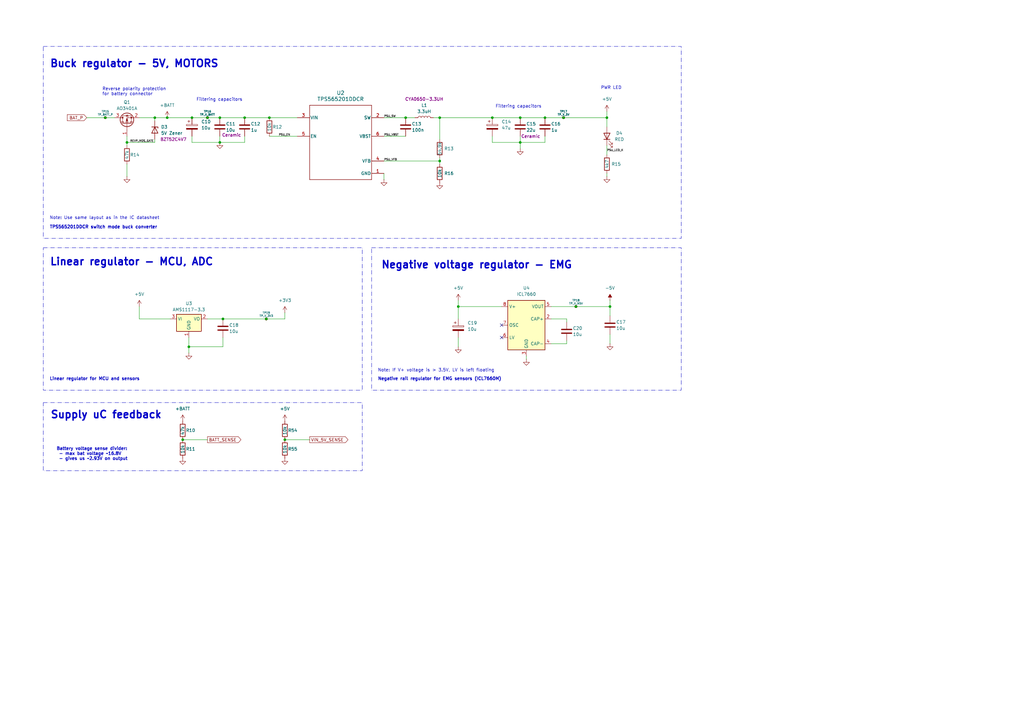
<source format=kicad_sch>
(kicad_sch (version 20250114) (generator "eeschema") (generator_version "9.0")
  (paper "A3")
  (title_block (title "OpenHand prosthetic hand controller project") (date "2025-01-31") (rev "v3.0") (comment 1 "Aleksa Heler"))
  (lib_symbols
    (symbol "+3V3_1" (power) (pin_numbers (hide yes)) (pin_names (offset 0) (hide yes))
      (property "Value" "+3V3" (at 0 3.556 0))
      (symbol "+3V3_1_0_1"
        (polyline (pts (xy -0.762 1.27) (xy 0 2.54)))
        (polyline (pts (xy 0 2.54) (xy 0.762 1.27)))
        (polyline (pts (xy 0 0) (xy 0 2.54)))
      )
      (symbol "+3V3_1_1_1"
        (pin power_in line (at 0 0 90) (length 0) (name "~") (number "1"))
      )
    )
    (symbol "AO3401A_1" (pin_names (hide yes))
      (property "Reference" "Q" (at 5.08 1.905 0))
      (property "Value" "AO3401A" (at 5.08 0 0))
      (symbol "AO3401A_1_0_1"
        (polyline (pts (xy 0.254 1.905) (xy 0.254 -1.905)) (stroke (width 0.254)))
        (polyline (pts (xy 0.254 0) (xy -2.54 0)))
        (polyline (pts (xy 0.762 2.286) (xy 0.762 1.27)) (stroke (width 0.254)))
        (polyline (pts (xy 0.762 1.778) (xy 3.302 1.778) (xy 3.302 -1.778) (xy 0.762 -1.778)))
        (polyline (pts (xy 0.762 0.508) (xy 0.762 -0.508)) (stroke (width 0.254)))
        (polyline (pts (xy 0.762 -1.27) (xy 0.762 -2.286)) (stroke (width 0.254)))
        (circle (center 1.651 0) (radius 2.794) (stroke (width 0.254)))
        (polyline (pts (xy 2.286 0) (xy 1.27 0.381) (xy 1.27 -0.381) (xy 2.286 0)) (fill (type outline)))
        (polyline (pts (xy 2.54 2.54) (xy 2.54 1.778)))
        (circle (center 2.54 1.778) (radius 0.254) (fill (type outline)))
        (circle (center 2.54 -1.778) (radius 0.254) (fill (type outline)))
        (polyline (pts (xy 2.54 -2.54) (xy 2.54 0) (xy 0.762 0)))
        (polyline (pts (xy 2.794 -0.508) (xy 2.921 -0.381) (xy 3.683 -0.381) (xy 3.81 -0.254)))
        (polyline (pts (xy 3.302 -0.381) (xy 2.921 0.254) (xy 3.683 0.254) (xy 3.302 -0.381)))
      )
      (symbol "AO3401A_1_1_1"
        (pin input line (at -5.08 0 0) (length 2.54) (name "G") (number "1"))
        (pin passive line (at 2.54 5.08 270) (length 2.54) (name "D") (number "3"))
        (pin passive line (at 2.54 -5.08 90) (length 2.54) (name "S") (number "2"))
      )
    )
    (symbol "Connector:TestPoint_Small" (pin_numbers (hide yes)) (pin_names (offset 0.762) (hide yes))
      (property "Reference" "TP" (at 0 3.81 0))
      (property "Value" "TestPoint_Small" (at 0 2.032 0))
      (symbol "TestPoint_Small_0_1"
        (circle (center 0 0) (radius 0.508))
      )
      (symbol "TestPoint_Small_1_1"
        (pin passive line (at 0 0 90) (length 0) (name "1") (number "1"))
      )
    )
    (symbol "Device:C" (pin_numbers (hide yes)) (pin_names (offset 0.254))
      (property "Reference" "C" (at 0.635 2.54 0))
      (property "Value" "C" (at 0.635 -2.54 0))
      (symbol "C_0_1"
        (polyline (pts (xy -2.032 0.762) (xy 2.032 0.762)) (stroke (width 0.508)))
        (polyline (pts (xy -2.032 -0.762) (xy 2.032 -0.762)) (stroke (width 0.508)))
      )
      (symbol "C_1_1"
        (pin passive line (at 0 3.81 270) (length 2.794) (name "~") (number "1"))
        (pin passive line (at 0 -3.81 90) (length 2.794) (name "~") (number "2"))
      )
    )
    (symbol "Device:C_Polarized" (pin_numbers (hide yes)) (pin_names (offset 0.254))
      (property "Reference" "C" (at 0.635 2.54 0))
      (property "Value" "C_Polarized" (at 0.635 -2.54 0))
      (symbol "C_Polarized_0_1"
        (rectangle (start -2.286 0.508) (end 2.286 1.016))
        (polyline (pts (xy -1.778 2.286) (xy -0.762 2.286)))
        (polyline (pts (xy -1.27 2.794) (xy -1.27 1.778)))
        (rectangle (start 2.286 -0.508) (end -2.286 -1.016) (fill (type outline)))
      )
      (symbol "C_Polarized_1_1"
        (pin passive line (at 0 3.81 270) (length 2.794) (name "~") (number "1"))
        (pin passive line (at 0 -3.81 90) (length 2.794) (name "~") (number "2"))
      )
    )
    (symbol "Device:D_Zener" (pin_numbers (hide yes)) (pin_names (offset 1.016) (hide yes))
      (property "Reference" "D" (at 0 2.54 0))
      (property "Value" "D_Zener" (at 0 -2.54 0))
      (symbol "D_Zener_0_1"
        (polyline (pts (xy -1.27 -1.27) (xy -1.27 1.27) (xy -0.762 1.27)) (stroke (width 0.254)))
        (polyline (pts (xy 1.27 0) (xy -1.27 0)))
        (polyline (pts (xy 1.27 -1.27) (xy 1.27 1.27) (xy -1.27 0) (xy 1.27 -1.27)) (stroke (width 0.254)))
      )
      (symbol "D_Zener_1_1"
        (pin passive line (at -3.81 0 0) (length 2.54) (name "K") (number "1"))
        (pin passive line (at 3.81 0 180) (length 2.54) (name "A") (number "2"))
      )
    )
    (symbol "Device:L" (pin_numbers (hide yes)) (pin_names (offset 1.016) (hide yes))
      (property "Reference" "L" (at -1.27 0 90))
      (property "Value" "L" (at 1.905 0 90))
      (symbol "L_0_1"
        (arc (start 0 2.54) (mid 0.6323 1.905) (end 0 1.27))
        (arc (start 0 1.27) (mid 0.6323 0.635) (end 0 0))
        (arc (start 0 0) (mid 0.6323 -0.635) (end 0 -1.27))
        (arc (start 0 -1.27) (mid 0.6323 -1.905) (end 0 -2.54))
      )
      (symbol "L_1_1"
        (pin passive line (at 0 3.81 270) (length 1.27) (name "1") (number "1"))
        (pin passive line (at 0 -3.81 90) (length 1.27) (name "2") (number "2"))
      )
    )
    (symbol "Device:LED" (pin_numbers (hide yes)) (pin_names (offset 1.016) (hide yes))
      (property "Reference" "D" (at 0 2.54 0))
      (property "Value" "LED" (at 0 -2.54 0))
      (symbol "LED_0_1"
        (polyline (pts (xy -3.048 -0.762) (xy -4.572 -2.286) (xy -3.81 -2.286) (xy -4.572 -2.286) (xy -4.572 -1.524)))
        (polyline (pts (xy -1.778 -0.762) (xy -3.302 -2.286) (xy -2.54 -2.286) (xy -3.302 -2.286) (xy -3.302 -1.524)))
        (polyline (pts (xy -1.27 0) (xy 1.27 0)))
        (polyline (pts (xy -1.27 -1.27) (xy -1.27 1.27)) (stroke (width 0.254)))
        (polyline (pts (xy 1.27 -1.27) (xy 1.27 1.27) (xy -1.27 0) (xy 1.27 -1.27)) (stroke (width 0.254)))
      )
      (symbol "LED_1_1"
        (pin passive line (at -3.81 0 0) (length 2.54) (name "K") (number "1"))
        (pin passive line (at 3.81 0 180) (length 2.54) (name "A") (number "2"))
      )
    )
    (symbol "Device:R" (pin_numbers (hide yes)) (pin_names (offset 0))
      (property "Reference" "R" (at 2.032 0 90))
      (property "Value" "R" (at 0 0 90))
      (symbol "R_0_1"
        (rectangle (start -1.016 -2.54) (end 1.016 2.54) (stroke (width 0.254)))
      )
      (symbol "R_1_1"
        (pin passive line (at 0 3.81 270) (length 1.27) (name "~") (number "1"))
        (pin passive line (at 0 -3.81 90) (length 1.27) (name "~") (number "2"))
      )
    )
    (symbol "Regulator_Linear:AMS1117-3.3"
      (property "Reference" "U" (at -3.81 3.175 0))
      (property "Value" "AMS1117-3.3" (at 0 3.175 0))
      (symbol "AMS1117-3.3_0_1"
        (rectangle (start -5.08 -5.08) (end 5.08 1.905) (stroke (width 0.254)) (fill (type background)))
      )
      (symbol "AMS1117-3.3_1_1"
        (pin power_in line (at -7.62 0 0) (length 2.54) (name "VI") (number "3"))
        (pin power_in line (at 0 -7.62 90) (length 2.54) (name "GND") (number "1"))
        (pin power_out line (at 7.62 0 180) (length 2.54) (name "VO") (number "2"))
      )
    )
    (symbol "Regulator_SwitchedCapacitor:ICL7660"
      (property "Reference" "U" (at -6.35 11.43 0))
      (property "Value" "ICL7660" (at 3.81 11.43 0))
      (symbol "ICL7660_0_1"
        (rectangle (start -7.62 10.16) (end 7.62 -10.16) (stroke (width 0.254)) (fill (type background)))
      )
      (symbol "ICL7660_1_1"
        (pin power_in line (at -10.16 7.62 0) (length 2.54) (name "V+") (number "8"))
        (pin input line (at -10.16 0 0) (length 2.54) (name "OSC") (number "7"))
        (pin input line (at -10.16 -5.08 0) (length 2.54) (name "LV") (number "6"))
        (pin no_connect line (at -7.62 5.08 0) (length 2.54) (hide yes) (name "NC") (number "1"))
        (pin power_in line (at 0 -12.7 90) (length 2.54) (name "GND") (number "3"))
        (pin power_out line (at 10.16 7.62 180) (length 2.54) (name "VOUT") (number "5"))
        (pin input line (at 10.16 2.54 180) (length 2.54) (name "CAP+") (number "2"))
        (pin input line (at 10.16 -7.62 180) (length 2.54) (name "CAP-") (number "4"))
      )
    )
    (symbol "TPS565201DDCR:TPS565201DDCR" (pin_names (offset 0.254))
      (property "Reference" "U" (at 0 2.54 0))
      (property "Value" "TPS565201DDCR" (at 0 0 0))
      (symbol "TPS565201DDCR_0_1"
        (polyline (pts (xy -12.7 15.24) (xy -12.7 -15.24)) (stroke (width 0.2032)))
        (polyline (pts (xy -12.7 -15.24) (xy 12.7 -15.24)) (stroke (width 0.2032)))
        (polyline (pts (xy 12.7 15.24) (xy -12.7 15.24)) (stroke (width 0.2032)))
        (polyline (pts (xy 12.7 -15.24) (xy 12.7 15.24)) (stroke (width 0.2032)))
        (pin power_in line (at -17.78 10.16 0) (length 5.08) (name "VIN") (number "3"))
        (pin input line (at -17.78 2.54 0) (length 5.08) (name "EN") (number "5"))
        (pin power_in line (at 17.78 10.16 180) (length 5.08) (name "SW") (number "2"))
        (pin power_in line (at 17.78 2.54 180) (length 5.08) (name "VBST") (number "6"))
        (pin input line (at 17.78 -7.62 180) (length 5.08) (name "VFB") (number "4"))
        (pin power_in line (at 17.78 -12.7 180) (length 5.08) (name "GND") (number "1"))
      )
    )
    (symbol "power:+5V" (power) (pin_names (offset 0))
      (property "Value" "+5V" (at 0 3.556 0))
      (symbol "+5V_0_1"
        (polyline (pts (xy -0.762 1.27) (xy 0 2.54)))
        (polyline (pts (xy 0 2.54) (xy 0.762 1.27)))
        (polyline (pts (xy 0 0) (xy 0 2.54)))
      )
      (symbol "+5V_1_1"
        (pin power_in line (at 0 0 90) (length 0) (hide yes) (name "+5V") (number "1"))
      )
    )
    (symbol "power:+BATT" (power) (pin_numbers (hide yes)) (pin_names (offset 0) (hide yes))
      (property "Value" "+BATT" (at 0 3.556 0))
      (symbol "+BATT_0_1"
        (polyline (pts (xy -0.762 1.27) (xy 0 2.54)))
        (polyline (pts (xy 0 2.54) (xy 0.762 1.27)))
        (polyline (pts (xy 0 0) (xy 0 2.54)))
      )
      (symbol "+BATT_1_1"
        (pin power_in line (at 0 0 90) (length 0) (name "~") (number "1"))
      )
    )
    (symbol "power:-5V" (power) (pin_numbers (hide yes)) (pin_names (offset 0) (hide yes))
      (property "Value" "-5V" (at 0 3.556 0))
      (symbol "-5V_0_0"
        (pin power_in line (at 0 0 90) (length 0) (name "~") (number "1"))
      )
      (symbol "-5V_0_1"
        (polyline (pts (xy 0 0) (xy 0 1.27) (xy 0.762 1.27) (xy 0 2.54) (xy -0.762 1.27) (xy 0 1.27)) (fill (type outline)))
      )
    )
    (symbol "power:GND" (power) (pin_numbers (hide yes)) (pin_names (offset 0) (hide yes))
      (property "Value" "GND" (at 0 -3.81 0))
      (symbol "GND_0_1"
        (polyline (pts (xy 0 0) (xy 0 -1.27) (xy 1.27 -1.27) (xy 0 -2.54) (xy -1.27 -1.27) (xy 0 -1.27)))
      )
      (symbol "GND_1_1"
        (pin power_in line (at 0 0 270) (length 0) (name "~") (number "1"))
      )
    )
  )
  (rectangle (start 17.78 101.6) (end 148.59 160.02) (stroke (width 0) (type dash_dot)))
  (rectangle (start 17.78 19.05) (end 279.4 97.79) (stroke (width 0) (type dash_dot)))
  (rectangle (start 152.4 101.6) (end 279.4 160.02) (stroke (width 0) (type dash_dot)))
  (rectangle (start 17.78 165.1) (end 148.59 193.04) (stroke (width 0) (type dash_dot)))
  (text "Linear regulator - MCU, ADC" (at 20.32 109.22 0) (effects (font (size 3 3) (thickness 0.6) (bold yes)) (justify left bottom)))
  (text "Note: Use same layout as in the IC datasheet" (at 20.32 90.17 0) (effects (font (size 1.27 1.27)) (justify left bottom)))
  (text "Filtering capacitors" (at 203.2 44.45 0) (effects (font (size 1.27 1.27)) (justify left bottom)))
  (text "Supply uC feedback" (at 20.574 171.958 0) (effects (font (size 3 3) (thickness 0.6) (bold yes)) (justify left bottom)))
  (text "PWR LED" (at 246.38 36.83 0) (effects (font (size 1.27 1.27)) (justify left bottom)))
  (text "Note: If V+ voltage is > 3.5V, LV is left floating" (at 154.94 152.654 0) (effects (font (size 1.27 1.27)) (justify left bottom)))
  (text "Negative voltage regulator - EMG" (at 156.21 110.49 0) (effects (font (size 3 3) (thickness 0.6) (bold yes)) (justify left bottom)))
  (text "Buck regulator - 5V, MOTORS" (at 20.32 27.94 0) (effects (font (size 3 3) (thickness 0.6) (bold yes)) (justify left bottom)))
  (text "TPS565201DDCR switch mode buck converter" (at 20.32 93.98 0) (effects (font (size 1.27 1.27) (bold yes)) (justify left bottom)))
  (text "Battery voltage sense divider: \n - max bat voltage ~16.8V\n - gives us ~2.93V on output" (at 23.114 188.976 0) (effects (font (size 1.27 1.27) (thickness 0.254) (bold yes)) (justify left bottom)))
  (text "Negative rail regulator for EMG sensors (ICL7660M)" (at 154.94 156.21 0) (effects (font (size 1.27 1.27) (thickness 0.254) (bold yes)) (justify left bottom)))
  (text "Linear regulator for MCU and sensors" (at 20.32 156.21 0) (effects (font (size 1.27 1.27) (thickness 0.254) (bold yes)) (justify left bottom)))
  (text "Filtering capacitors" (at 80.518 41.656 0) (effects (font (size 1.27 1.27)) (justify left bottom)))
  (text "Reverse polarity protection \nfor battery connector" (at 41.91 39.37 0) (effects (font (size 1.27 1.27)) (justify left bottom)))
  (junction (at 201.93 48.26))
  (junction (at 52.07 58.42))
  (junction (at 43.18 48.26))
  (junction (at 250.19 125.73))
  (junction (at 187.96 125.73))
  (junction (at 231.14 48.26))
  (junction (at 100.33 48.26))
  (junction (at 110.49 48.26))
  (junction (at 109.22 130.81))
  (junction (at 223.52 48.26))
  (junction (at 78.74 48.26))
  (junction (at 236.22 125.73))
  (junction (at 91.44 130.81))
  (junction (at 248.92 48.26))
  (junction (at 213.36 48.26))
  (junction (at 180.34 48.26))
  (junction (at 77.47 142.24))
  (junction (at 68.58 48.26))
  (junction (at 116.84 180.34))
  (junction (at 74.93 180.34))
  (junction (at 213.36 58.42))
  (junction (at 166.37 48.26))
  (junction (at 90.17 58.42))
  (junction (at 85.09 48.26))
  (junction (at 90.17 48.26))
  (junction (at 180.34 66.04))
  (junction (at 63.5 48.26))
  (no_connect (at 205.74 133.35))
  (no_connect (at 205.74 138.43))
  (wire (pts (xy 223.52 48.26) (xy 231.14 48.26)))
  (wire (pts (xy 180.34 48.26) (xy 201.93 48.26)))
  (wire (pts (xy 180.34 48.26) (xy 180.34 57.15)))
  (wire (pts (xy 90.17 55.88) (xy 90.17 58.42)))
  (wire (pts (xy 187.96 130.81) (xy 187.96 125.73)))
  (wire (pts (xy 63.5 57.15) (xy 63.5 58.42)))
  (wire (pts (xy 213.36 58.42) (xy 223.52 58.42)))
  (wire (pts (xy 248.92 71.12) (xy 248.92 72.39)))
  (wire (pts (xy 232.41 139.7) (xy 232.41 140.97)))
  (wire (pts (xy 57.15 130.81) (xy 69.85 130.81)))
  (wire (pts (xy 248.92 48.26) (xy 248.92 52.07)))
  (wire (pts (xy 157.48 48.26) (xy 166.37 48.26)))
  (wire (pts (xy 248.92 45.72) (xy 248.92 48.26)))
  (wire (pts (xy 57.15 125.73) (xy 57.15 130.81)))
  (wire (pts (xy 57.15 48.26) (xy 63.5 48.26)))
  (wire (pts (xy 177.8 48.26) (xy 180.34 48.26)))
  (wire (pts (xy 187.96 125.73) (xy 205.74 125.73)))
  (wire (pts (xy 109.22 130.81) (xy 116.84 130.81)))
  (wire (pts (xy 77.47 138.43) (xy 77.47 142.24)))
  (wire (pts (xy 187.96 123.19) (xy 187.96 125.73)))
  (wire (pts (xy 52.07 67.31) (xy 52.07 72.39)))
  (wire (pts (xy 232.41 130.81) (xy 232.41 132.08)))
  (wire (pts (xy 77.47 142.24) (xy 91.44 142.24)))
  (wire (pts (xy 52.07 58.42) (xy 52.07 59.69)))
  (wire (pts (xy 201.93 48.26) (xy 213.36 48.26)))
  (wire (pts (xy 85.09 48.26) (xy 90.17 48.26)))
  (wire (pts (xy 110.49 48.26) (xy 121.92 48.26)))
  (wire (pts (xy 215.9 146.05) (xy 215.9 147.32)))
  (wire (pts (xy 43.18 48.26) (xy 46.99 48.26)))
  (wire (pts (xy 90.17 48.26) (xy 100.33 48.26)))
  (wire (pts (xy 248.92 59.69) (xy 248.92 63.5)))
  (wire (pts (xy 110.49 55.88) (xy 121.92 55.88)))
  (wire (pts (xy 100.33 58.42) (xy 100.33 55.88)))
  (wire (pts (xy 250.19 129.54) (xy 250.19 125.73)))
  (wire (pts (xy 201.93 55.88) (xy 201.93 58.42)))
  (wire (pts (xy 213.36 55.88) (xy 213.36 58.42)))
  (wire (pts (xy 90.17 58.42) (xy 100.33 58.42)))
  (wire (pts (xy 91.44 130.81) (xy 109.22 130.81)))
  (wire (pts (xy 213.36 58.42) (xy 213.36 60.96)))
  (wire (pts (xy 63.5 48.26) (xy 68.58 48.26)))
  (wire (pts (xy 91.44 138.43) (xy 91.44 142.24)))
  (wire (pts (xy 63.5 49.53) (xy 63.5 48.26)))
  (wire (pts (xy 77.47 142.24) (xy 77.47 144.78)))
  (wire (pts (xy 78.74 58.42) (xy 90.17 58.42)))
  (wire (pts (xy 52.07 55.88) (xy 52.07 58.42)))
  (wire (pts (xy 35.56 48.26) (xy 43.18 48.26)))
  (wire (pts (xy 52.07 58.42) (xy 63.5 58.42)))
  (wire (pts (xy 236.22 125.73) (xy 250.19 125.73)))
  (wire (pts (xy 250.19 125.73) (xy 250.19 123.19)))
  (wire (pts (xy 78.74 55.88) (xy 78.74 58.42)))
  (wire (pts (xy 226.06 125.73) (xy 236.22 125.73)))
  (wire (pts (xy 226.06 130.81) (xy 232.41 130.81)))
  (wire (pts (xy 78.74 48.26) (xy 85.09 48.26)))
  (wire (pts (xy 157.48 66.04) (xy 180.34 66.04)))
  (wire (pts (xy 157.48 73.66) (xy 157.48 71.12)))
  (wire (pts (xy 100.33 48.26) (xy 110.49 48.26)))
  (wire (pts (xy 68.58 48.26) (xy 78.74 48.26)))
  (wire (pts (xy 223.52 48.26) (xy 213.36 48.26)))
  (wire (pts (xy 226.06 140.97) (xy 232.41 140.97)))
  (wire (pts (xy 85.09 130.81) (xy 91.44 130.81)))
  (wire (pts (xy 166.37 48.26) (xy 170.18 48.26)))
  (wire (pts (xy 157.48 55.88) (xy 166.37 55.88)))
  (wire (pts (xy 116.84 130.81) (xy 116.84 128.27)))
  (wire (pts (xy 223.52 58.42) (xy 223.52 55.88)))
  (wire (pts (xy 180.34 66.04) (xy 180.34 67.31)))
  (wire (pts (xy 250.19 140.97) (xy 250.19 137.16)))
  (wire (pts (xy 231.14 48.26) (xy 248.92 48.26)))
  (wire (pts (xy 187.96 142.24) (xy 187.96 138.43)))
  (wire (pts (xy 116.84 180.34) (xy 127 180.34)))
  (wire (pts (xy 74.93 180.34) (xy 85.09 180.34)))
  (wire (pts (xy 201.93 58.42) (xy 213.36 58.42)))
  (wire (pts (xy 180.34 64.77) (xy 180.34 66.04)))
  (label "PSU_LED_K" (at 248.92 62.23 0) (effects (font (size 0.8 0.8))))
  (label "PSU_SW" (at 157.48 48.26 0) (effects (font (size 0.8 0.8))))
  (label "PSU_VFB" (at 157.48 66.04 0) (effects (font (size 0.8 0.8))))
  (label "REVP_MOS_GATE" (at 53.34 58.42 0) (effects (font (size 0.8 0.8))))
  (label "PSU_VBST" (at 157.48 55.88 0) (effects (font (size 0.8 0.8))))
  (label "PSU_EN" (at 114.3 55.88 0) (effects (font (size 0.8 0.8))))
  (global_label "BAT_P" (shape input) (at 35.56 48.26 180) (property "Intersheetrefs" "${INTERSHEET_REFS}" (effects (hide yes))))
  (global_label "VIN_5V_SENSE" (shape output) (at 127 180.34 0) (property "Intersheetrefs" "${INTERSHEET_REFS}" (effects (hide yes))))
  (global_label "BATT_SENSE" (shape output) (at 85.09 180.34 0) (property "Intersheetrefs" "${INTERSHEET_REFS}" (effects (hide yes))))
  (symbol (lib_id "Device:D_Zener") (at 63.5 53.34 270) (unit 1)
    (property "Reference" "D3" (at 66.04 52.07 90) (effects (justify left)))
    (property "Value" "5V Zener" (at 66.04 54.61 90) (effects (justify left)))
    (property "Footprint" "Diode_SMD:D_SOD-123" (effects (hide yes)))
    (property "Part Number" "BZT52C4V7" (at 71.12 57.15 90))
  )
  (symbol (lib_id "power:GND") (at 157.48 73.66 0) (unit 1)
    (property "Reference" "#PWR042" (effects (hide yes)))
    (property "Value" "GND" (effects (hide yes)))
    (property "Description" "Power symbol creates a global label with name \"GND\" , ground" (effects (hide yes)))
  )
  (symbol (lib_id "TPS565201DDCR:TPS565201DDCR") (at 139.7 58.42 0) (unit 1)
    (property "Reference" "U2" (at 139.7 38.1 0) (effects (font (size 1.524 1.524))))
    (property "Value" "TPS565201DDCR" (at 139.7 40.64 0) (effects (font (size 1.524 1.524))))
    (property "Footprint" "TPS565201DDCR:TPS565201DDCR_L" (effects (hide yes)))
    (property "Datasheet" "TPS565201DDCR" (effects (hide yes)))
  )
  (symbol (lib_name "+3V3_1") (lib_id "power:+3V3") (at 116.84 128.27 0) (unit 1)
    (property "Reference" "#PWR047" (effects (hide yes)))
    (property "Value" "+3V3" (at 116.84 123.19 0))
    (property "Description" "Power symbol creates a global label with name \"+3V3\"" (effects (hide yes)))
  )
  (symbol (lib_id "power:GND") (at 180.34 74.93 0) (unit 1)
    (property "Reference" "#PWR043" (effects (hide yes)))
    (property "Value" "GND" (effects (hide yes)))
    (property "Description" "Power symbol creates a global label with name \"GND\" , ground" (effects (hide yes)))
  )
  (symbol (lib_id "Regulator_Linear:AMS1117-3.3") (at 77.47 130.81 0) (unit 1)
    (property "Reference" "U3" (at 77.47 124.46 0))
    (property "Value" "AMS1117-3.3" (at 77.47 127 0))
    (property "Footprint" "Package_TO_SOT_SMD:SOT-223-3_TabPin2" (effects (hide yes)))
    (property "Datasheet" "http://www.advanced-monolithic.com/pdf/ds1117.pdf" (effects (hide yes)))
  )
  (symbol (lib_id "power:+5V") (at 57.15 125.73 0) (unit 1)
    (property "Reference" "#PWR046" (effects (hide yes)))
    (property "Value" "+5V" (at 57.15 120.65 0))
    (property "Description" "Power symbol creates a global label with name \"+5V\"" (effects (hide yes)))
  )
  (symbol (lib_id "power:GND") (at 213.36 60.96 0) (unit 1)
    (property "Reference" "#PWR039" (effects (hide yes)))
    (property "Value" "GND" (effects (hide yes)))
    (property "Description" "Power symbol creates a global label with name \"GND\" , ground" (effects (hide yes)))
  )
  (symbol (lib_id "power:+5V") (at 248.92 45.72 0) (unit 1)
    (property "Reference" "#PWR036" (effects (hide yes)))
    (property "Value" "+5V" (at 248.92 40.64 0))
    (property "Description" "Power symbol creates a global label with name \"+5V\"" (effects (hide yes)))
  )
  (symbol (lib_id "power:GND") (at 74.93 187.96 0) (unit 1)
    (property "Reference" "#PWR06" (effects (hide yes)))
    (property "Value" "GND" (effects (hide yes)))
    (property "Description" "Power symbol creates a global label with name \"GND\" , ground" (effects (hide yes)))
  )
  (symbol (lib_id "Device:R") (at 52.07 63.5 180) (unit 1)
    (property "Reference" "R14" (at 53.34 63.5 0) (effects (justify right)))
    (property "Value" "47k" (at 52.07 63.5 90))
    (property "Footprint" "Resistor_SMD:R_0805_2012Metric" (effects (hide yes)))
  )
  (symbol (lib_id "Device:C") (at 90.17 52.07 0) (unit 1)
    (property "Reference" "C11" (at 92.71 50.8 0) (effects (justify left)))
    (property "Value" "10u" (at 92.71 53.34 0) (effects (justify left)))
    (property "Footprint" "Capacitor_SMD:C_0805_2012Metric" (effects (hide yes)))
    (property "Description" "Ceramic" (at 94.996 55.372 0))
  )
  (symbol (lib_id "Device:C") (at 213.36 52.07 0) (unit 1)
    (property "Reference" "C15" (at 215.9 50.8 0) (effects (justify left)))
    (property "Value" "22u" (at 215.9 53.34 0) (effects (justify left)))
    (property "Footprint" "Capacitor_SMD:C_0805_2012Metric" (effects (hide yes)))
    (property "Description" "Ceramic" (at 217.678 55.88 0))
  )
  (symbol (lib_id "Device:L") (at 173.99 48.26 90) (unit 1)
    (property "Reference" "L1" (at 173.99 43.18 90))
    (property "Value" "3.3uH" (at 173.99 45.72 90))
    (property "Footprint" "Inductor_SMD:L_Bourns_SRP7028A_7.3x6.6mm" (effects (hide yes)))
    (property "Datasheet" "https://www.lcsc.com/product-detail/Inductors-SMD_SHOU-HAN-CYA0650-3-3UH_C5189753.html" (effects (hide yes)))
    (property "Part Number" "CYA0650-3.3UH" (at 173.99 40.64 90))
  )
  (symbol (lib_id "Connector:TestPoint_Small") (at 236.22 125.73 180) (unit 1)
    (property "Reference" "TP18" (at 236.22 123.19 0) (effects (font (size 0.8 0.8))))
    (property "Value" "TP_V_N5V" (at 236.22 124.46 0) (effects (font (size 0.8 0.8))))
    (property "Footprint" "TestPoint:TestPoint_THTPad_D1.5mm_Drill0.7mm" (effects (hide yes)))
  )
  (symbol (lib_id "power:GND") (at 250.19 140.97 0) (unit 1)
    (property "Reference" "#PWR048" (effects (hide yes)))
    (property "Value" "GND" (effects (hide yes)))
    (property "Description" "Power symbol creates a global label with name \"GND\" , ground" (effects (hide yes)))
  )
  (symbol (lib_id "power:+BATT") (at 74.93 172.72 0) (unit 1)
    (property "Reference" "#PWR05" (effects (hide yes)))
    (property "Value" "+BATT" (at 74.93 167.64 0))
  )
  (symbol (lib_id "power:GND") (at 116.84 187.96 0) (unit 1)
    (property "Reference" "#PWR011" (effects (hide yes)))
    (property "Value" "GND" (effects (hide yes)))
    (property "Description" "Power symbol creates a global label with name \"GND\" , ground" (effects (hide yes)))
  )
  (symbol (lib_id "Device:R") (at 180.34 60.96 0) (unit 1)
    (property "Reference" "R13" (at 184.15 60.96 0))
    (property "Value" "54.9k" (at 180.34 60.96 90))
    (property "Footprint" "Resistor_SMD:R_0805_2012Metric" (effects (hide yes)))
  )
  (symbol (lib_id "Connector:TestPoint_Small") (at 43.18 48.26 180) (unit 1)
    (property "Reference" "TP15" (at 43.18 45.72 0) (effects (font (size 0.8 0.8))))
    (property "Value" "TP_BATT_P" (at 43.18 46.99 0) (effects (font (size 0.8 0.8))))
    (property "Footprint" "TestPoint:TestPoint_Pad_D1.0mm" (effects (hide yes)))
  )
  (symbol (lib_id "Device:R") (at 116.84 184.15 180) (unit 1)
    (property "Reference" "R55" (at 118.11 184.15 0) (effects (justify right)))
    (property "Value" "10k" (at 116.84 186.055 90) (effects (justify right)))
    (property "Footprint" "Resistor_SMD:R_0805_2012Metric" (effects (hide yes)))
  )
  (symbol (lib_id "Device:R") (at 248.92 67.31 0) (unit 1)
    (property "Reference" "R15" (at 252.73 67.31 0))
    (property "Value" "4k7" (at 248.92 67.31 90))
    (property "Footprint" "Resistor_SMD:R_0805_2012Metric" (effects (hide yes)))
  )
  (symbol (lib_id "power:-5V") (at 250.19 123.19 0) (unit 1)
    (property "Reference" "#PWR045" (effects (hide yes)))
    (property "Value" "-5V" (at 250.19 118.11 0))
    (property "Description" "Power symbol creates a global label with name \"-5V\"" (effects (hide yes)))
  )
  (symbol (lib_id "Device:LED") (at 248.92 55.88 90) (unit 1)
    (property "Reference" "D4" (at 254 54.61 90))
    (property "Value" "RED" (at 254 57.15 90))
    (property "Footprint" "LED_SMD:LED_1210_3225Metric" (effects (hide yes)))
  )
  (symbol (lib_id "Connector:TestPoint_Small") (at 231.14 48.26 180) (unit 1)
    (property "Reference" "TP17" (at 231.14 45.72 0) (effects (font (size 0.8 0.8))))
    (property "Value" "TP_V_5V" (at 231.14 46.99 0) (effects (font (size 0.8 0.8))))
    (property "Footprint" "TestPoint:TestPoint_THTPad_D1.5mm_Drill0.7mm" (effects (hide yes)))
  )
  (symbol (lib_id "power:GND") (at 215.9 147.32 0) (unit 1)
    (property "Reference" "#PWR051" (effects (hide yes)))
    (property "Value" "GND" (effects (hide yes)))
    (property "Description" "Power symbol creates a global label with name \"GND\" , ground" (effects (hide yes)))
  )
  (symbol (lib_id "power:+5V") (at 116.84 172.72 0) (unit 1)
    (property "Reference" "#PWR09" (effects (hide yes)))
    (property "Value" "+5V" (at 116.84 167.64 0))
  )
  (symbol (lib_id "Device:R") (at 116.84 176.53 180) (unit 1)
    (property "Reference" "R54" (at 118.11 176.53 0) (effects (justify right)))
    (property "Value" "10k" (at 116.84 178.435 90) (effects (justify right)))
    (property "Footprint" "Resistor_SMD:R_0805_2012Metric" (effects (hide yes)))
  )
  (symbol (lib_id "Device:C") (at 100.33 52.07 0) (unit 1)
    (property "Reference" "C12" (at 102.87 50.8 0) (effects (justify left)))
    (property "Value" "1u" (at 102.87 53.34 0) (effects (justify left)))
    (property "Footprint" "Capacitor_SMD:C_0805_2012Metric" (effects (hide yes)))
  )
  (symbol (lib_id "Connector:TestPoint_Small") (at 85.09 48.26 180) (unit 1)
    (property "Reference" "TP16" (at 85.09 45.72 0) (effects (font (size 0.8 0.8))))
    (property "Value" "TP_V_BATT" (at 85.09 46.99 0) (effects (font (size 0.8 0.8))))
    (property "Footprint" "TestPoint:TestPoint_Pad_D1.0mm" (effects (hide yes)))
  )
  (symbol (lib_id "Device:C_Polarized") (at 187.96 134.62 0) (unit 1)
    (property "Reference" "C19" (at 191.77 132.4609 0) (effects (justify left)))
    (property "Value" "10u" (at 191.77 135.0009 0) (effects (justify left)))
    (property "Footprint" "Capacitor_SMD:CP_Elec_4x5.4" (effects (hide yes)))
    (property "Description" "Polarized capacitor" (effects (hide yes)))
  )
  (symbol (lib_id "Device:R") (at 110.49 52.07 180) (unit 1)
    (property "Reference" "R12" (at 111.76 52.07 0) (effects (justify right)))
    (property "Value" "10k" (at 110.49 52.07 90))
    (property "Footprint" "Resistor_SMD:R_0805_2012Metric" (effects (hide yes)))
  )
  (symbol (lib_id "Device:R") (at 180.34 71.12 0) (unit 1)
    (property "Reference" "R16" (at 184.15 71.12 0))
    (property "Value" "10k" (at 180.34 71.12 90))
    (property "Footprint" "Resistor_SMD:R_0805_2012Metric" (effects (hide yes)))
  )
  (symbol (lib_id "Device:C") (at 166.37 52.07 0) (unit 1)
    (property "Reference" "C13" (at 168.91 50.8 0) (effects (justify left)))
    (property "Value" "100n" (at 168.91 53.34 0) (effects (justify left)))
    (property "Footprint" "Capacitor_SMD:C_0805_2012Metric" (effects (hide yes)))
  )
  (symbol (lib_id "power:GND") (at 90.17 58.42 0) (unit 1)
    (property "Reference" "#PWR038" (effects (hide yes)))
    (property "Value" "GND" (effects (hide yes)))
    (property "Description" "Power symbol creates a global label with name \"GND\" , ground" (effects (hide yes)))
  )
  (symbol (lib_name "AO3401A_1") (lib_id "Transistor_FET:AO3401A") (at 52.07 50.8 90) (unit 1)
    (property "Reference" "Q1" (at 52.07 41.91 90))
    (property "Value" "AO3401A" (at 52.07 44.45 90))
    (property "Footprint" "Package_TO_SOT_SMD:SOT-23" (effects (hide yes)))
    (property "Datasheet" "http://www.aosmd.com/pdfs/datasheet/AO3401A.pdf" (effects (hide yes)))
    (property "Description" "-4.0A Id, -30V Vds, P-Channel MOSFET, SOT-23" (effects (hide yes)))
  )
  (symbol (lib_id "Device:R") (at 74.93 184.15 180) (unit 1)
    (property "Reference" "R11" (at 76.2 184.15 0) (effects (justify right)))
    (property "Value" "10k" (at 74.93 186.055 90) (effects (justify right)))
    (property "Footprint" "Resistor_SMD:R_0805_2012Metric" (effects (hide yes)))
  )
  (symbol (lib_id "Device:C_Polarized") (at 201.93 52.07 0) (unit 1)
    (property "Reference" "C14" (at 205.74 49.9109 0) (effects (justify left)))
    (property "Value" "47u" (at 205.74 52.4509 0) (effects (justify left)))
    (property "Footprint" "Capacitor_SMD:CP_Elec_6.3x5.4" (effects (hide yes)))
    (property "Description" "Polarized capacitor" (effects (hide yes)))
  )
  (symbol (lib_id "power:+5V") (at 187.96 123.19 0) (unit 1)
    (property "Reference" "#PWR044" (effects (hide yes)))
    (property "Value" "+5V" (at 187.96 118.11 0))
    (property "Description" "Power symbol creates a global label with name \"+5V\"" (effects (hide yes)))
  )
  (symbol (lib_id "Device:R") (at 74.93 176.53 180) (unit 1)
    (property "Reference" "R10" (at 76.2 176.53 0) (effects (justify right)))
    (property "Value" "47k" (at 74.93 178.435 90) (effects (justify right)))
    (property "Footprint" "Resistor_SMD:R_0805_2012Metric" (effects (hide yes)))
  )
  (symbol (lib_id "Device:C") (at 223.52 52.07 0) (unit 1)
    (property "Reference" "C16" (at 226.06 50.8 0) (effects (justify left)))
    (property "Value" "1u" (at 226.06 53.34 0) (effects (justify left)))
    (property "Footprint" "Capacitor_SMD:C_0805_2012Metric" (effects (hide yes)))
  )
  (symbol (lib_id "Device:C") (at 250.19 133.35 0) (unit 1)
    (property "Reference" "C17" (at 252.73 132.08 0) (effects (justify left)))
    (property "Value" "10u" (at 252.73 134.62 0) (effects (justify left)))
    (property "Footprint" "Capacitor_SMD:C_0805_2012Metric" (effects (hide yes)))
  )
  (symbol (lib_id "Device:C_Polarized") (at 78.74 52.07 0) (unit 1)
    (property "Reference" "C10" (at 82.55 49.9109 0) (effects (justify left)))
    (property "Value" "10u" (at 82.55 52.4509 0) (effects (justify left)))
    (property "Footprint" "Capacitor_SMD:CP_Elec_4x5.4" (effects (hide yes)))
    (property "Description" "Polarized capacitor" (effects (hide yes)))
  )
  (symbol (lib_id "Regulator_SwitchedCapacitor:ICL7660") (at 215.9 133.35 0) (unit 1)
    (property "Reference" "U4" (at 215.9 118.11 0))
    (property "Value" "ICL7660" (at 215.9 120.65 0))
    (property "Footprint" "Package_SO:SOP-8_3.9x4.9mm_P1.27mm" (effects (hide yes)))
    (property "Datasheet" "http://datasheets.maximintegrated.com/en/ds/ICL7660-MAX1044.pdf" (effects (hide yes)))
    (property "Description" "Switched-Capacitor Voltage Converter, 1.5V to 10.0V operating supply voltage, 10mA with a 0.5V output drop, SO-8/DIP-8/µMAX-8/TO-99" (effects (hide yes)))
  )
  (symbol (lib_id "power:GND") (at 77.47 144.78 0) (unit 1)
    (property "Reference" "#PWR050" (effects (hide yes)))
    (property "Value" "GND" (effects (hide yes)))
    (property "Description" "Power symbol creates a global label with name \"GND\" , ground" (effects (hide yes)))
  )
  (symbol (lib_id "power:+BATT") (at 68.58 48.26 0) (unit 1)
    (property "Reference" "#PWR037" (effects (hide yes)))
    (property "Value" "+BATT" (at 68.58 43.18 0))
    (property "Description" "Power symbol creates a global label with name \"+BATT\"" (effects (hide yes)))
  )
  (symbol (lib_id "Device:C") (at 232.41 135.89 0) (unit 1)
    (property "Reference" "C20" (at 234.95 134.62 0) (effects (justify left)))
    (property "Value" "10u" (at 234.95 137.16 0) (effects (justify left)))
    (property "Footprint" "Capacitor_SMD:C_0805_2012Metric" (effects (hide yes)))
  )
  (symbol (lib_id "power:GND") (at 187.96 142.24 0) (unit 1)
    (property "Reference" "#PWR049" (effects (hide yes)))
    (property "Value" "GND" (effects (hide yes)))
    (property "Description" "Power symbol creates a global label with name \"GND\" , ground" (effects (hide yes)))
  )
  (symbol (lib_id "Connector:TestPoint_Small") (at 109.22 130.81 180) (unit 1)
    (property "Reference" "TP19" (at 109.22 128.27 0) (effects (font (size 0.8 0.8))))
    (property "Value" "TP_V_3V3" (at 109.22 129.54 0) (effects (font (size 0.8 0.8))))
    (property "Footprint" "TestPoint:TestPoint_THTPad_D1.5mm_Drill0.7mm" (effects (hide yes)))
  )
  (symbol (lib_id "power:GND") (at 248.92 72.39 0) (unit 1)
    (property "Reference" "#PWR041" (effects (hide yes)))
    (property "Value" "GND" (effects (hide yes)))
    (property "Description" "Power symbol creates a global label with name \"GND\" , ground" (effects (hide yes)))
  )
  (symbol (lib_id "Device:C") (at 91.44 134.62 0) (unit 1)
    (property "Reference" "C18" (at 93.98 133.35 0) (effects (justify left)))
    (property "Value" "10u" (at 93.98 135.89 0) (effects (justify left)))
    (property "Footprint" "Capacitor_SMD:C_0805_2012Metric" (effects (hide yes)))
  )
  (symbol (lib_id "power:GND") (at 52.07 72.39 0) (unit 1)
    (property "Reference" "#PWR040" (effects (hide yes)))
    (property "Value" "GND" (effects (hide yes)))
    (property "Description" "Power symbol creates a global label with name \"GND\" , ground" (effects (hide yes)))
  )
)
</source>
